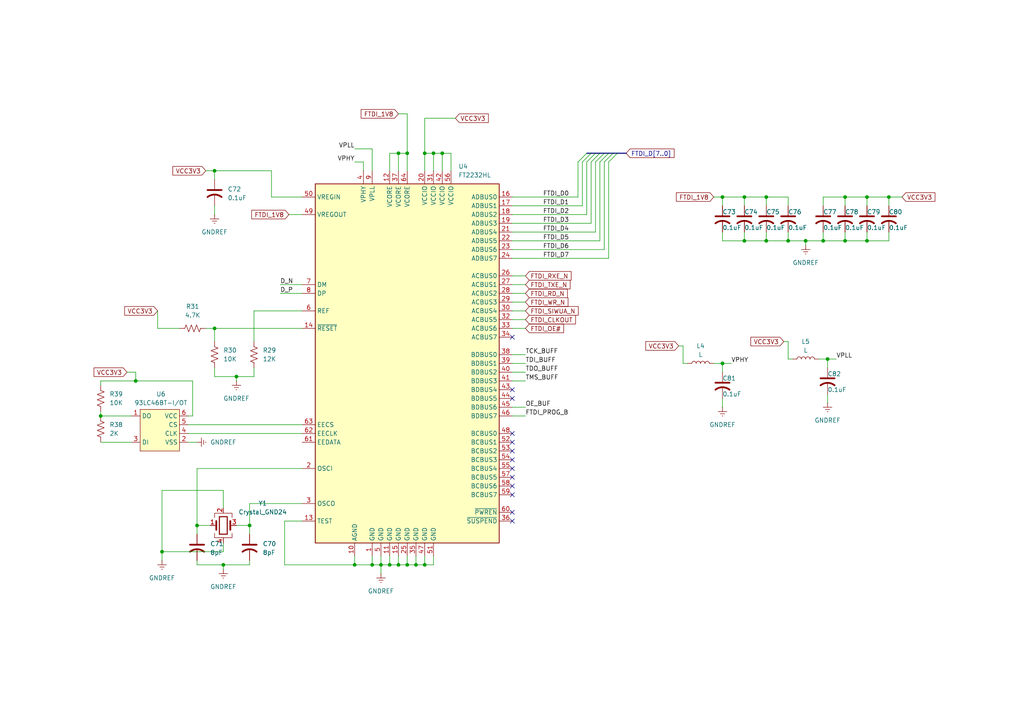
<source format=kicad_sch>
(kicad_sch (version 20250114) (generator "eeschema") (generator_version "9.0")
  (paper "A4")
  (lib_symbols
    (symbol "Device:C_US" (pin_numbers (hide yes)) (pin_names (offset 0.254) (hide yes))
      (property "Reference" "C" (at 0.635 2.54 0))
      (property "Value" "C_US" (at 0.635 -2.54 0))
      (symbol "C_US_0_1"
        (polyline (pts (xy -2.032 0.762) (xy 2.032 0.762)) (stroke (width 0.508)))
        (arc (start -2.032 -1.27) (mid 0 -0.5572) (end 2.032 -1.27) (stroke (width 0.508)))
      )
      (symbol "C_US_1_1"
        (pin passive line (at 0 3.81 270) (length 2.794) (name "~") (number "1"))
        (pin passive line (at 0 -3.81 90) (length 3.302) (name "~") (number "2"))
      )
    )
    (symbol "Device:Crystal_GND24" (pin_names (offset 1.016) (hide yes))
      (property "Reference" "Y" (at 3.175 5.08 0))
      (property "Value" "Crystal_GND24" (at 3.175 3.175 0))
      (symbol "Crystal_GND24_0_1"
        (polyline (pts (xy -2.54 2.286) (xy -2.54 3.556) (xy 2.54 3.556) (xy 2.54 2.286)))
        (polyline (pts (xy -2.54 0) (xy -2.032 0)))
        (polyline (pts (xy -2.54 -2.286) (xy -2.54 -3.556) (xy 2.54 -3.556) (xy 2.54 -2.286)))
        (polyline (pts (xy -2.032 -1.27) (xy -2.032 1.27)) (stroke (width 0.508)))
        (rectangle (start -1.143 2.54) (end 1.143 -2.54) (stroke (width 0.3048)))
        (polyline (pts (xy 0 3.556) (xy 0 3.81)))
        (polyline (pts (xy 0 -3.81) (xy 0 -3.556)))
        (polyline (pts (xy 2.032 0) (xy 2.54 0)))
        (polyline (pts (xy 2.032 -1.27) (xy 2.032 1.27)) (stroke (width 0.508)))
      )
      (symbol "Crystal_GND24_1_1"
        (pin passive line (at -3.81 0 0) (length 1.27) (name "1") (number "1"))
        (pin passive line (at 0 5.08 270) (length 1.27) (name "2") (number "2"))
        (pin passive line (at 0 -5.08 90) (length 1.27) (name "4") (number "4"))
        (pin passive line (at 3.81 0 180) (length 1.27) (name "3") (number "3"))
      )
    )
    (symbol "Device:L" (pin_numbers (hide yes)) (pin_names (offset 1.016) (hide yes))
      (property "Reference" "L" (at -1.27 0 90))
      (property "Value" "L" (at 1.905 0 90))
      (symbol "L_0_1"
        (arc (start 0 2.54) (mid 0.6323 1.905) (end 0 1.27))
        (arc (start 0 1.27) (mid 0.6323 0.635) (end 0 0))
        (arc (start 0 0) (mid 0.6323 -0.635) (end 0 -1.27))
        (arc (start 0 -1.27) (mid 0.6323 -1.905) (end 0 -2.54))
      )
      (symbol "L_1_1"
        (pin passive line (at 0 3.81 270) (length 1.27) (name "1") (number "1"))
        (pin passive line (at 0 -3.81 90) (length 1.27) (name "2") (number "2"))
      )
    )
    (symbol "Device:R_US" (pin_numbers (hide yes)) (pin_names (offset 0))
      (property "Reference" "R" (at 2.54 0 90))
      (property "Value" "R_US" (at -2.54 0 90))
      (symbol "R_US_0_1"
        (polyline (pts (xy 0 2.286) (xy 0 2.54)))
        (polyline (pts (xy 0 2.286) (xy 1.016 1.905) (xy 0 1.524) (xy -1.016 1.143) (xy 0 0.762)))
        (polyline (pts (xy 0 0.762) (xy 1.016 0.381) (xy 0 0) (xy -1.016 -0.381) (xy 0 -0.762)))
        (polyline (pts (xy 0 -0.762) (xy 1.016 -1.143) (xy 0 -1.524) (xy -1.016 -1.905) (xy 0 -2.286)))
        (polyline (pts (xy 0 -2.286) (xy 0 -2.54)))
      )
      (symbol "R_US_1_1"
        (pin passive line (at 0 3.81 270) (length 1.27) (name "~") (number "1"))
        (pin passive line (at 0 -3.81 90) (length 1.27) (name "~") (number "2"))
      )
    )
    (symbol "Interface_USB:FT2232HL"
      (property "Reference" "U" (at -26.67 53.34 0))
      (property "Value" "FT2232HL" (at 19.05 53.34 0))
      (symbol "FT2232HL_0_1"
        (rectangle (start -26.67 -52.07) (end 26.67 52.07) (stroke (width 0.254)) (fill (type background)))
      )
      (symbol "FT2232HL_1_1"
        (pin power_in line (at -30.48 48.26 0) (length 3.81) (name "VREGIN") (number "50"))
        (pin power_out line (at -30.48 43.18 0) (length 3.81) (name "VREGOUT") (number "49"))
        (pin bidirectional line (at -30.48 22.86 0) (length 3.81) (name "DM") (number "7"))
        (pin bidirectional line (at -30.48 20.32 0) (length 3.81) (name "DP") (number "8"))
        (pin output line (at -30.48 15.24 0) (length 3.81) (name "REF") (number "6"))
        (pin input line (at -30.48 10.16 0) (length 3.81) (name "~{RESET}") (number "14"))
        (pin output line (at -30.48 -17.78 0) (length 3.81) (name "EECS") (number "63"))
        (pin output line (at -30.48 -20.32 0) (length 3.81) (name "EECLK") (number "62"))
        (pin bidirectional line (at -30.48 -22.86 0) (length 3.81) (name "EEDATA") (number "61"))
        (pin input line (at -30.48 -30.48 0) (length 3.81) (name "OSCI") (number "2"))
        (pin output line (at -30.48 -40.64 0) (length 3.81) (name "OSCO") (number "3"))
        (pin input line (at -30.48 -45.72 0) (length 3.81) (name "TEST") (number "13"))
        (pin power_in line (at -15.24 -55.88 90) (length 3.81) (name "AGND") (number "10"))
        (pin power_in line (at -12.7 55.88 270) (length 3.81) (name "VPHY") (number "4"))
        (pin input line (at -10.16 55.88 270) (length 3.81) (name "VPLL") (number "9"))
        (pin power_in line (at -10.16 -55.88 90) (length 3.81) (name "GND") (number "1"))
        (pin power_in line (at -7.62 -55.88 90) (length 3.81) (name "GND") (number "5"))
        (pin power_in line (at -5.08 55.88 270) (length 3.81) (name "VCORE") (number "12"))
        (pin power_in line (at -5.08 -55.88 90) (length 3.81) (name "GND") (number "11"))
        (pin power_in line (at -2.54 55.88 270) (length 3.81) (name "VCORE") (number "37"))
        (pin power_in line (at -2.54 -55.88 90) (length 3.81) (name "GND") (number "15"))
        (pin power_in line (at 0 55.88 270) (length 3.81) (name "VCORE") (number "64"))
        (pin power_in line (at 0 -55.88 90) (length 3.81) (name "GND") (number "25"))
        (pin power_in line (at 2.54 -55.88 90) (length 3.81) (name "GND") (number "35"))
        (pin power_in line (at 5.08 55.88 270) (length 3.81) (name "VCCIO") (number "20"))
        (pin power_in line (at 5.08 -55.88 90) (length 3.81) (name "GND") (number "47"))
        (pin power_in line (at 7.62 55.88 270) (length 3.81) (name "VCCIO") (number "31"))
        (pin power_in line (at 7.62 -55.88 90) (length 3.81) (name "GND") (number "51"))
        (pin power_in line (at 10.16 55.88 270) (length 3.81) (name "VCCIO") (number "42"))
        (pin power_in line (at 12.7 55.88 270) (length 3.81) (name "VCCIO") (number "56"))
        (pin bidirectional line (at 30.48 48.26 180) (length 3.81) (name "ADBUS0") (number "16"))
        (pin bidirectional line (at 30.48 45.72 180) (length 3.81) (name "ADBUS1") (number "17"))
        (pin bidirectional line (at 30.48 43.18 180) (length 3.81) (name "ADBUS2") (number "18"))
        (pin bidirectional line (at 30.48 40.64 180) (length 3.81) (name "ADBUS3") (number "19"))
        (pin bidirectional line (at 30.48 38.1 180) (length 3.81) (name "ADBUS4") (number "21"))
        (pin bidirectional line (at 30.48 35.56 180) (length 3.81) (name "ADBUS5") (number "22"))
        (pin bidirectional line (at 30.48 33.02 180) (length 3.81) (name "ADBUS6") (number "23"))
        (pin bidirectional line (at 30.48 30.48 180) (length 3.81) (name "ADBUS7") (number "24"))
        (pin bidirectional line (at 30.48 25.4 180) (length 3.81) (name "ACBUS0") (number "26"))
        (pin bidirectional line (at 30.48 22.86 180) (length 3.81) (name "ACBUS1") (number "27"))
        (pin bidirectional line (at 30.48 20.32 180) (length 3.81) (name "ACBUS2") (number "28"))
        (pin bidirectional line (at 30.48 17.78 180) (length 3.81) (name "ACBUS3") (number "29"))
        (pin bidirectional line (at 30.48 15.24 180) (length 3.81) (name "ACBUS4") (number "30"))
        (pin bidirectional line (at 30.48 12.7 180) (length 3.81) (name "ACBUS5") (number "32"))
        (pin bidirectional line (at 30.48 10.16 180) (length 3.81) (name "ACBUS6") (number "33"))
        (pin bidirectional line (at 30.48 7.62 180) (length 3.81) (name "ACBUS7") (number "34"))
        (pin bidirectional line (at 30.48 2.54 180) (length 3.81) (name "BDBUS0") (number "38"))
        (pin bidirectional line (at 30.48 0 180) (length 3.81) (name "BDBUS1") (number "39"))
        (pin bidirectional line (at 30.48 -2.54 180) (length 3.81) (name "BDBUS2") (number "40"))
        (pin bidirectional line (at 30.48 -5.08 180) (length 3.81) (name "BDBUS3") (number "41"))
        (pin bidirectional line (at 30.48 -7.62 180) (length 3.81) (name "BDBUS4") (number "43"))
        (pin bidirectional line (at 30.48 -10.16 180) (length 3.81) (name "BDBUS5") (number "44"))
        (pin bidirectional line (at 30.48 -12.7 180) (length 3.81) (name "BDBUS6") (number "45"))
        (pin bidirectional line (at 30.48 -15.24 180) (length 3.81) (name "BDBUS7") (number "46"))
        (pin bidirectional line (at 30.48 -20.32 180) (length 3.81) (name "BCBUS0") (number "48"))
        (pin bidirectional line (at 30.48 -22.86 180) (length 3.81) (name "BCBUS1") (number "52"))
        (pin bidirectional line (at 30.48 -25.4 180) (length 3.81) (name "BCBUS2") (number "53"))
        (pin bidirectional line (at 30.48 -27.94 180) (length 3.81) (name "BCBUS3") (number "54"))
        (pin bidirectional line (at 30.48 -30.48 180) (length 3.81) (name "BCBUS4") (number "55"))
        (pin bidirectional line (at 30.48 -33.02 180) (length 3.81) (name "BCBUS5") (number "57"))
        (pin bidirectional line (at 30.48 -35.56 180) (length 3.81) (name "BCBUS6") (number "58"))
        (pin bidirectional line (at 30.48 -38.1 180) (length 3.81) (name "BCBUS7") (number "59"))
        (pin output line (at 30.48 -43.18 180) (length 3.81) (name "~{PWREN}") (number "60"))
        (pin output line (at 30.48 -45.72 180) (length 3.81) (name "~{SUSPEND}") (number "36"))
      )
    )
    (symbol "power:GNDREF" (power) (pin_numbers (hide yes)) (pin_names (offset 0) (hide yes))
      (property "Value" "GNDREF" (at 0 -3.81 0))
      (symbol "GNDREF_0_1"
        (polyline (pts (xy -0.635 -1.905) (xy 0.635 -1.905)))
        (polyline (pts (xy -0.127 -2.54) (xy 0.127 -2.54)))
        (polyline (pts (xy 0 -1.27) (xy 0 0)))
        (polyline (pts (xy 1.27 -1.27) (xy -1.27 -1.27)))
      )
      (symbol "GNDREF_1_1"
        (pin power_in line (at 0 0 270) (length 0) (name "~") (number "1"))
      )
    )
    (symbol "risetRadar:93LC46BT-I/OT"
      (property "Reference" "U" (at 0 0 0))
      (property "Value" "93LC46BT-I/OT" (at -0.254 -2.032 0))
      (symbol "93LC46BT-I/OT_1_1"
        (rectangle (start -6.35 -4.445) (end 5.08 -16.51) (fill (type background)))
        (pin bidirectional line (at -8.89 -6.35 0) (length 2.54) (name "DO") (number "1"))
        (pin bidirectional line (at -8.89 -13.97 0) (length 2.54) (name "DI") (number "3"))
        (pin bidirectional line (at 7.62 -6.35 180) (length 2.54) (name "VCC") (number "6"))
        (pin bidirectional line (at 7.62 -8.89 180) (length 2.54) (name "CS") (number "5"))
        (pin bidirectional line (at 7.62 -11.43 180) (length 2.54) (name "CLK") (number "4"))
        (pin bidirectional line (at 7.62 -13.97 180) (length 2.54) (name "VSS") (number "2"))
      )
    )
  )
  (junction (at 215.9 69.85))
  (junction (at 107.95 163.83))
  (junction (at 215.9 57.15))
  (junction (at 123.19 44.45))
  (junction (at 102.87 163.83))
  (junction (at 222.25 69.85))
  (junction (at 113.03 163.83))
  (junction (at 228.6 69.85))
  (junction (at 118.11 163.83))
  (junction (at 57.15 152.4))
  (junction (at 118.11 44.45))
  (junction (at 240.03 104.14))
  (junction (at 110.49 163.83))
  (junction (at 222.25 57.15))
  (junction (at 62.23 49.53))
  (junction (at 238.76 69.85))
  (junction (at 128.27 44.45))
  (junction (at 257.81 57.15))
  (junction (at 29.21 120.65))
  (junction (at 72.39 152.4))
  (junction (at 245.11 57.15))
  (junction (at 209.55 105.41))
  (junction (at 209.55 57.15))
  (junction (at 120.65 163.83))
  (junction (at 233.68 69.85))
  (junction (at 245.11 69.85))
  (junction (at 251.46 57.15))
  (junction (at 68.58 109.22))
  (junction (at 115.57 44.45))
  (junction (at 251.46 69.85))
  (junction (at 62.23 95.25))
  (junction (at 115.57 163.83))
  (junction (at 39.37 110.49))
  (junction (at 46.99 160.02))
  (junction (at 64.77 163.83))
  (junction (at 123.19 163.83))
  (junction (at 125.73 44.45))
  (no_connect (at 148.59 148.59))
  (no_connect (at 148.59 113.03))
  (no_connect (at 148.59 143.51))
  (no_connect (at 148.59 128.27))
  (no_connect (at 148.59 135.89))
  (no_connect (at 148.59 140.97))
  (no_connect (at 148.59 115.57))
  (no_connect (at 148.59 125.73))
  (no_connect (at 148.59 151.13))
  (no_connect (at 148.59 97.79))
  (no_connect (at 148.59 133.35))
  (no_connect (at 148.59 130.81))
  (no_connect (at 148.59 138.43))
  (bus_entry (at 171.45 44.45) (size -2.54 2.54))
  (bus_entry (at 173.99 44.45) (size -2.54 2.54))
  (bus_entry (at 177.8 44.45) (size -2.54 2.54))
  (bus_entry (at 179.07 44.45) (size -2.54 2.54))
  (bus_entry (at 176.53 44.45) (size -2.54 2.54))
  (bus_entry (at 172.72 44.45) (size -2.54 2.54))
  (bus_entry (at 175.26 44.45) (size -2.54 2.54))
  (bus_entry (at 170.18 44.45) (size -2.54 2.54))
  (wire (pts (xy 64.77 163.83) (xy 64.77 165.1)))
  (wire (pts (xy 233.68 69.85) (xy 238.76 69.85)))
  (wire (pts (xy 198.12 100.33) (xy 198.12 105.41)))
  (wire (pts (xy 228.6 69.85) (xy 233.68 69.85)))
  (wire (pts (xy 62.23 95.25) (xy 62.23 99.06)))
  (wire (pts (xy 45.72 90.17) (xy 45.72 95.25)))
  (wire (pts (xy 170.18 46.99) (xy 170.18 62.23)))
  (wire (pts (xy 62.23 106.68) (xy 62.23 109.22)))
  (wire (pts (xy 102.87 163.83) (xy 107.95 163.83)))
  (wire (pts (xy 113.03 163.83) (xy 115.57 163.83)))
  (wire (pts (xy 228.6 67.31) (xy 228.6 69.85)))
  (wire (pts (xy 72.39 152.4) (xy 68.58 152.4)))
  (wire (pts (xy 148.59 102.87) (xy 152.4 102.87)))
  (wire (pts (xy 62.23 59.69) (xy 62.23 62.23)))
  (wire (pts (xy 209.55 69.85) (xy 215.9 69.85)))
  (wire (pts (xy 132.08 34.29) (xy 123.19 34.29)))
  (wire (pts (xy 107.95 161.29) (xy 107.95 163.83)))
  (wire (pts (xy 238.76 59.69) (xy 238.76 57.15)))
  (wire (pts (xy 245.11 59.69) (xy 245.11 57.15)))
  (wire (pts (xy 46.99 160.02) (xy 64.77 160.02)))
  (wire (pts (xy 125.73 44.45) (xy 123.19 44.45)))
  (wire (pts (xy 118.11 33.02) (xy 118.11 44.45)))
  (wire (pts (xy 105.41 46.99) (xy 105.41 49.53)))
  (wire (pts (xy 78.74 49.53) (xy 78.74 57.15)))
  (wire (pts (xy 245.11 57.15) (xy 251.46 57.15)))
  (wire (pts (xy 102.87 46.99) (xy 105.41 46.99)))
  (wire (pts (xy 198.12 105.41) (xy 199.39 105.41)))
  (wire (pts (xy 115.57 161.29) (xy 115.57 163.83)))
  (wire (pts (xy 118.11 44.45) (xy 115.57 44.45)))
  (wire (pts (xy 148.59 59.69) (xy 168.91 59.69)))
  (wire (pts (xy 251.46 67.31) (xy 251.46 69.85)))
  (wire (pts (xy 215.9 59.69) (xy 215.9 57.15)))
  (wire (pts (xy 29.21 110.49) (xy 39.37 110.49)))
  (wire (pts (xy 81.28 85.09) (xy 87.63 85.09)))
  (wire (pts (xy 46.99 162.56) (xy 46.99 160.02)))
  (wire (pts (xy 257.81 57.15) (xy 261.62 57.15)))
  (wire (pts (xy 115.57 49.53) (xy 115.57 44.45)))
  (wire (pts (xy 148.59 82.55) (xy 152.4 82.55)))
  (wire (pts (xy 102.87 161.29) (xy 102.87 163.83)))
  (bus (pts (xy 175.26 44.45) (xy 176.53 44.45)))
  (wire (pts (xy 118.11 161.29) (xy 118.11 163.83)))
  (wire (pts (xy 57.15 135.89) (xy 57.15 152.4)))
  (wire (pts (xy 128.27 44.45) (xy 125.73 44.45)))
  (wire (pts (xy 82.55 151.13) (xy 82.55 163.83)))
  (wire (pts (xy 222.25 57.15) (xy 215.9 57.15)))
  (wire (pts (xy 148.59 105.41) (xy 152.4 105.41)))
  (wire (pts (xy 123.19 161.29) (xy 123.19 163.83)))
  (wire (pts (xy 228.6 99.06) (xy 228.6 104.14)))
  (wire (pts (xy 251.46 69.85) (xy 257.81 69.85)))
  (wire (pts (xy 29.21 128.27) (xy 38.1 128.27)))
  (wire (pts (xy 39.37 107.95) (xy 39.37 110.49)))
  (wire (pts (xy 209.55 67.31) (xy 209.55 69.85)))
  (wire (pts (xy 148.59 90.17) (xy 152.4 90.17)))
  (bus (pts (xy 170.18 44.45) (xy 171.45 44.45)))
  (wire (pts (xy 215.9 69.85) (xy 222.25 69.85)))
  (wire (pts (xy 233.68 69.85) (xy 233.68 71.12)))
  (wire (pts (xy 196.85 100.33) (xy 198.12 100.33)))
  (wire (pts (xy 148.59 74.93) (xy 176.53 74.93)))
  (wire (pts (xy 39.37 110.49) (xy 55.88 110.49)))
  (wire (pts (xy 59.69 49.53) (xy 62.23 49.53)))
  (wire (pts (xy 148.59 62.23) (xy 170.18 62.23)))
  (wire (pts (xy 82.55 163.83) (xy 102.87 163.83)))
  (wire (pts (xy 123.19 163.83) (xy 125.73 163.83)))
  (wire (pts (xy 245.11 69.85) (xy 251.46 69.85)))
  (wire (pts (xy 64.77 142.24) (xy 46.99 142.24)))
  (wire (pts (xy 54.61 120.65) (xy 55.88 120.65)))
  (wire (pts (xy 215.9 57.15) (xy 209.55 57.15)))
  (wire (pts (xy 120.65 161.29) (xy 120.65 163.83)))
  (wire (pts (xy 245.11 67.31) (xy 245.11 69.85)))
  (wire (pts (xy 148.59 85.09) (xy 152.4 85.09)))
  (wire (pts (xy 107.95 43.18) (xy 107.95 49.53)))
  (wire (pts (xy 113.03 161.29) (xy 113.03 163.83)))
  (wire (pts (xy 209.55 105.41) (xy 212.09 105.41)))
  (wire (pts (xy 125.73 44.45) (xy 125.73 49.53)))
  (wire (pts (xy 115.57 33.02) (xy 118.11 33.02)))
  (wire (pts (xy 123.19 34.29) (xy 123.19 44.45)))
  (wire (pts (xy 87.63 151.13) (xy 82.55 151.13)))
  (wire (pts (xy 29.21 120.65) (xy 38.1 120.65)))
  (wire (pts (xy 167.64 46.99) (xy 167.64 57.15)))
  (wire (pts (xy 148.59 110.49) (xy 152.4 110.49)))
  (wire (pts (xy 148.59 87.63) (xy 152.4 87.63)))
  (wire (pts (xy 68.58 109.22) (xy 68.58 110.49)))
  (wire (pts (xy 168.91 46.99) (xy 168.91 59.69)))
  (wire (pts (xy 29.21 111.76) (xy 29.21 110.49)))
  (wire (pts (xy 257.81 59.69) (xy 257.81 57.15)))
  (wire (pts (xy 228.6 59.69) (xy 228.6 57.15)))
  (wire (pts (xy 238.76 67.31) (xy 238.76 69.85)))
  (wire (pts (xy 257.81 69.85) (xy 257.81 67.31)))
  (wire (pts (xy 222.25 69.85) (xy 228.6 69.85)))
  (wire (pts (xy 115.57 163.83) (xy 118.11 163.83)))
  (wire (pts (xy 148.59 107.95) (xy 152.4 107.95)))
  (wire (pts (xy 227.33 99.06) (xy 228.6 99.06)))
  (wire (pts (xy 57.15 152.4) (xy 57.15 154.94)))
  (wire (pts (xy 118.11 49.53) (xy 118.11 44.45)))
  (wire (pts (xy 238.76 69.85) (xy 245.11 69.85)))
  (wire (pts (xy 83.82 62.23) (xy 87.63 62.23)))
  (wire (pts (xy 125.73 163.83) (xy 125.73 161.29)))
  (wire (pts (xy 62.23 49.53) (xy 78.74 49.53)))
  (wire (pts (xy 64.77 160.02) (xy 64.77 157.48)))
  (wire (pts (xy 123.19 44.45) (xy 123.19 49.53)))
  (wire (pts (xy 62.23 49.53) (xy 62.23 52.07)))
  (wire (pts (xy 87.63 95.25) (xy 62.23 95.25)))
  (wire (pts (xy 128.27 44.45) (xy 128.27 49.53)))
  (wire (pts (xy 62.23 109.22) (xy 68.58 109.22)))
  (wire (pts (xy 148.59 120.65) (xy 152.4 120.65)))
  (wire (pts (xy 207.01 105.41) (xy 209.55 105.41)))
  (wire (pts (xy 209.55 115.57) (xy 209.55 118.11)))
  (wire (pts (xy 102.87 43.18) (xy 107.95 43.18)))
  (wire (pts (xy 207.01 57.15) (xy 209.55 57.15)))
  (wire (pts (xy 72.39 152.4) (xy 72.39 154.94)))
  (wire (pts (xy 209.55 59.69) (xy 209.55 57.15)))
  (bus (pts (xy 176.53 44.45) (xy 177.8 44.45)))
  (wire (pts (xy 87.63 135.89) (xy 57.15 135.89)))
  (wire (pts (xy 115.57 44.45) (xy 113.03 44.45)))
  (wire (pts (xy 130.81 44.45) (xy 128.27 44.45)))
  (wire (pts (xy 222.25 59.69) (xy 222.25 57.15)))
  (wire (pts (xy 54.61 123.19) (xy 87.63 123.19)))
  (wire (pts (xy 240.03 104.14) (xy 242.57 104.14)))
  (wire (pts (xy 130.81 49.53) (xy 130.81 44.45)))
  (wire (pts (xy 73.66 109.22) (xy 68.58 109.22)))
  (wire (pts (xy 148.59 67.31) (xy 172.72 67.31)))
  (wire (pts (xy 176.53 46.99) (xy 176.53 74.93)))
  (wire (pts (xy 72.39 162.56) (xy 72.39 163.83)))
  (wire (pts (xy 120.65 163.83) (xy 123.19 163.83)))
  (wire (pts (xy 107.95 163.83) (xy 110.49 163.83)))
  (wire (pts (xy 45.72 95.25) (xy 52.07 95.25)))
  (wire (pts (xy 54.61 125.73) (xy 87.63 125.73)))
  (wire (pts (xy 222.25 67.31) (xy 222.25 69.85)))
  (wire (pts (xy 237.49 104.14) (xy 240.03 104.14)))
  (wire (pts (xy 87.63 146.05) (xy 72.39 146.05)))
  (wire (pts (xy 46.99 142.24) (xy 46.99 160.02)))
  (wire (pts (xy 113.03 44.45) (xy 113.03 49.53)))
  (wire (pts (xy 171.45 46.99) (xy 171.45 64.77)))
  (wire (pts (xy 148.59 64.77) (xy 171.45 64.77)))
  (wire (pts (xy 175.26 46.99) (xy 175.26 72.39)))
  (bus (pts (xy 172.72 44.45) (xy 173.99 44.45)))
  (wire (pts (xy 240.03 104.14) (xy 240.03 106.68)))
  (wire (pts (xy 57.15 152.4) (xy 60.96 152.4)))
  (wire (pts (xy 238.76 57.15) (xy 245.11 57.15)))
  (wire (pts (xy 110.49 163.83) (xy 113.03 163.83)))
  (wire (pts (xy 59.69 95.25) (xy 62.23 95.25)))
  (wire (pts (xy 72.39 163.83) (xy 64.77 163.83)))
  (wire (pts (xy 57.15 163.83) (xy 64.77 163.83)))
  (wire (pts (xy 87.63 90.17) (xy 73.66 90.17)))
  (wire (pts (xy 78.74 57.15) (xy 87.63 57.15)))
  (wire (pts (xy 148.59 95.25) (xy 152.4 95.25)))
  (bus (pts (xy 173.99 44.45) (xy 175.26 44.45)))
  (wire (pts (xy 173.99 46.99) (xy 173.99 69.85)))
  (wire (pts (xy 72.39 146.05) (xy 72.39 152.4)))
  (wire (pts (xy 57.15 162.56) (xy 57.15 163.83)))
  (wire (pts (xy 251.46 57.15) (xy 257.81 57.15)))
  (wire (pts (xy 110.49 163.83) (xy 110.49 166.37)))
  (wire (pts (xy 148.59 69.85) (xy 173.99 69.85)))
  (wire (pts (xy 172.72 46.99) (xy 172.72 67.31)))
  (wire (pts (xy 251.46 59.69) (xy 251.46 57.15)))
  (bus (pts (xy 177.8 44.45) (xy 179.07 44.45)))
  (wire (pts (xy 55.88 110.49) (xy 55.88 120.65)))
  (wire (pts (xy 73.66 106.68) (xy 73.66 109.22)))
  (wire (pts (xy 228.6 57.15) (xy 222.25 57.15)))
  (wire (pts (xy 118.11 163.83) (xy 120.65 163.83)))
  (wire (pts (xy 148.59 57.15) (xy 167.64 57.15)))
  (wire (pts (xy 148.59 118.11) (xy 152.4 118.11)))
  (bus (pts (xy 171.45 44.45) (xy 172.72 44.45)))
  (wire (pts (xy 54.61 128.27) (xy 57.15 128.27)))
  (wire (pts (xy 240.03 114.3) (xy 240.03 116.84)))
  (wire (pts (xy 215.9 67.31) (xy 215.9 69.85)))
  (wire (pts (xy 228.6 104.14) (xy 229.87 104.14)))
  (wire (pts (xy 73.66 90.17) (xy 73.66 99.06)))
  (wire (pts (xy 148.59 80.01) (xy 152.4 80.01)))
  (wire (pts (xy 81.28 82.55) (xy 87.63 82.55)))
  (wire (pts (xy 110.49 161.29) (xy 110.49 163.83)))
  (wire (pts (xy 148.59 92.71) (xy 152.4 92.71)))
  (wire (pts (xy 209.55 105.41) (xy 209.55 107.95)))
  (wire (pts (xy 148.59 72.39) (xy 175.26 72.39)))
  (wire (pts (xy 64.77 147.32) (xy 64.77 142.24)))
  (wire (pts (xy 29.21 119.38) (xy 29.21 120.65)))
  (bus (pts (xy 179.07 44.45) (xy 181.61 44.45)))
  (wire (pts (xy 36.83 107.95) (xy 39.37 107.95)))
  (label "VPHY" (at 212.09 105.41 0))
  (label "TDO_BUFF" (at 152.4 107.95 0))
  (label "VPLL" (at 242.57 104.14 0))
  (label "FTDI_D4" (at 157.48 67.31 0))
  (label "FTDI_D2" (at 157.48 62.23 0))
  (label "FTDI_D7" (at 157.48 74.93 0))
  (label "OE_BUF" (at 152.4 118.11 0))
  (label "FTDI_PROG_B" (at 152.4 120.65 0))
  (label "VPLL" (at 102.87 43.18 180))
  (label "VPHY" (at 102.87 46.99 180))
  (label "FTDI_D0" (at 157.48 57.15 0))
  (label "TCK_BUFF" (at 152.4 102.87 0))
  (label "D_P" (at 81.28 85.09 0))
  (label "TMS_BUFF" (at 152.4 110.49 0))
  (label "TDI_BUFF" (at 152.4 105.41 0))
  (label "FTDI_D1" (at 157.48 59.69 0))
  (label "D_N" (at 81.28 82.55 0))
  (label "FTDI_D6" (at 157.48 72.39 0))
  (label "FTDI_D5" (at 157.48 69.85 0))
  (label "FTDI_D3" (at 157.48 64.77 0))
  (global_label "FTDI_TXE_N" (shape input) (at 152.4 82.55 0) (property "Intersheetrefs" "${INTERSHEET_REFS}" (effects (hide yes))))
  (global_label "FTDI_OE#" (shape input) (at 152.4 95.25 0) (property "Intersheetrefs" "${INTERSHEET_REFS}" (effects (hide yes))))
  (global_label "FTDI_1V8" (shape input) (at 115.57 33.02 180) (property "Intersheetrefs" "${INTERSHEET_REFS}" (effects (hide yes))))
  (global_label "FTDI_RD_N" (shape input) (at 152.4 85.09 0) (property "Intersheetrefs" "${INTERSHEET_REFS}" (effects (hide yes))))
  (global_label "FTDI_RXE_N" (shape input) (at 152.4 80.01 0) (property "Intersheetrefs" "${INTERSHEET_REFS}" (effects (hide yes))))
  (global_label "VCC3V3" (shape input) (at 45.72 90.17 180) (property "Intersheetrefs" "${INTERSHEET_REFS}" (effects (hide yes))))
  (global_label "VCC3V3" (shape input) (at 59.69 49.53 180) (property "Intersheetrefs" "${INTERSHEET_REFS}" (effects (hide yes))))
  (global_label "VCC3V3" (shape input) (at 261.62 57.15 0) (property "Intersheetrefs" "${INTERSHEET_REFS}" (effects (hide yes))))
  (global_label "VCC3V3" (shape input) (at 227.33 99.06 180) (property "Intersheetrefs" "${INTERSHEET_REFS}" (effects (hide yes))))
  (global_label "FTDI_1V8" (shape input) (at 207.01 57.15 180) (property "Intersheetrefs" "${INTERSHEET_REFS}" (effects (hide yes))))
  (global_label "FTDI_CLKOUT" (shape input) (at 152.4 92.71 0) (property "Intersheetrefs" "${INTERSHEET_REFS}" (effects (hide yes))))
  (global_label "VCC3V3" (shape input) (at 132.08 34.29 0) (property "Intersheetrefs" "${INTERSHEET_REFS}" (effects (hide yes))))
  (global_label "VCC3V3" (shape input) (at 196.85 100.33 180) (property "Intersheetrefs" "${INTERSHEET_REFS}" (effects (hide yes))))
  (global_label "FTDI_WR_N" (shape input) (at 152.4 87.63 0) (property "Intersheetrefs" "${INTERSHEET_REFS}" (effects (hide yes))))
  (global_label "FTDI_D[7..0]" (shape input) (at 181.61 44.45 0) (property "Intersheetrefs" "${INTERSHEET_REFS}" (effects (hide yes))))
  (global_label "FTDI_SIWUA_N" (shape input) (at 152.4 90.17 0) (property "Intersheetrefs" "${INTERSHEET_REFS}" (effects (hide yes))))
  (global_label "VCC3V3" (shape input) (at 36.83 107.95 180) (property "Intersheetrefs" "${INTERSHEET_REFS}" (effects (hide yes))))
  (global_label "FTDI_1V8" (shape input) (at 83.82 62.23 180) (property "Intersheetrefs" "${INTERSHEET_REFS}" (effects (hide yes))))
  (symbol (lib_id "Device:L") (at 203.2 105.41 90) (unit 1)
    (property "Reference" "L4" (at 203.2 100.33 90))
    (property "Value" "L" (at 203.2 102.87 90))
    (property "Description" "Inductor" (effects (hide yes)))
  )
  (symbol (lib_id "Device:C_US") (at 257.81 63.5 0) (unit 1)
    (property "Reference" "C80" (at 257.81 61.468 0) (effects (justify left)))
    (property "Value" "0.1uF" (at 257.81 66.04 0) (effects (justify left)))
    (property "Footprint" "Capacitor_SMD:C_0201_0603Metric" (effects (hide yes)))
    (property "Description" "capacitor, US symbol" (effects (hide yes)))
  )
  (symbol (lib_id "Device:C_US") (at 238.76 63.5 0) (unit 1)
    (property "Reference" "C77" (at 238.76 61.468 0) (effects (justify left)))
    (property "Value" "0.1uF" (at 238.76 66.04 0) (effects (justify left)))
    (property "Footprint" "Capacitor_SMD:C_0201_0603Metric" (effects (hide yes)))
    (property "Description" "capacitor, US symbol" (effects (hide yes)))
  )
  (symbol (lib_id "Device:C_US") (at 240.03 110.49 0) (unit 1)
    (property "Reference" "C82" (at 240.03 108.458 0) (effects (justify left)))
    (property "Value" "0.1uF" (at 240.03 113.03 0) (effects (justify left)))
    (property "Description" "capacitor, US symbol" (effects (hide yes)))
  )
  (symbol (lib_id "Device:L") (at 233.68 104.14 90) (unit 1)
    (property "Reference" "L5" (at 233.68 99.06 90))
    (property "Value" "L" (at 233.68 101.6 90))
    (property "Description" "Inductor" (effects (hide yes)))
  )
  (symbol (lib_id "Device:C_US") (at 245.11 63.5 0) (unit 1)
    (property "Reference" "C78" (at 245.11 61.468 0) (effects (justify left)))
    (property "Value" "0.1uF" (at 245.11 66.04 0) (effects (justify left)))
    (property "Footprint" "Capacitor_SMD:C_0201_0603Metric" (effects (hide yes)))
    (property "Description" "capacitor, US symbol" (effects (hide yes)))
  )
  (symbol (lib_id "Device:C_US") (at 72.39 158.75 0) (unit 1)
    (property "Reference" "C70" (at 76.2 157.7339 0) (effects (justify left)))
    (property "Value" "8pF" (at 76.2 160.2739 0) (effects (justify left)))
    (property "Footprint" "Capacitor_SMD:C_0201_0603Metric" (effects (hide yes)))
    (property "Description" "capacitor, US symbol" (effects (hide yes)))
  )
  (symbol (lib_id "Device:R_US") (at 55.88 95.25 90) (unit 1)
    (property "Reference" "R31" (at 55.88 88.9 90))
    (property "Value" "4.7K" (at 55.88 91.44 90))
    (property "Description" "Resistor, US symbol" (effects (hide yes)))
  )
  (symbol (lib_id "risetRadar:93LC46BT-I/OT") (at 46.99 114.3 0) (unit 1)
    (property "Reference" "U6" (at 46.6725 114.3 0))
    (property "Value" "93LC46BT-I/OT" (at 46.6725 116.84 0))
    (property "Footprint" "RadarFootprints:SOT-23-6_L2.9-W1.6-P0.95-LS2.8-TL" (effects (hide yes)))
  )
  (symbol (lib_id "Device:Crystal_GND24") (at 64.77 152.4 0) (unit 1)
    (property "Reference" "Y1" (at 76.2 145.9798 0))
    (property "Value" "Crystal_GND24" (at 76.2 148.5198 0))
    (property "Footprint" "RadarFootprints:CRYSTAL-SMD_4P-L3.2-W2.5-BL" (effects (hide yes)))
    (property "Description" "Four pin crystal, GND on pins 2 and 4" (effects (hide yes)))
  )
  (symbol (lib_id "power:GNDREF") (at 240.03 116.84 0) (unit 1)
    (property "Reference" "#PWR032" (effects (hide yes)))
    (property "Value" "GNDREF" (at 240.03 121.92 0))
    (property "Description" "Power symbol creates a global label with name \"GNDREF\" , reference supply ground" (effects (hide yes)))
  )
  (symbol (lib_id "Device:C_US") (at 215.9 63.5 0) (unit 1)
    (property "Reference" "C74" (at 215.9 61.468 0) (effects (justify left)))
    (property "Value" "0.1uF" (at 215.9 66.04 0) (effects (justify left)))
    (property "Footprint" "Capacitor_SMD:C_0201_0603Metric" (effects (hide yes)))
    (property "Description" "capacitor, US symbol" (effects (hide yes)))
  )
  (symbol (lib_id "power:GNDREF") (at 46.99 162.56 0) (unit 1)
    (property "Reference" "#PWR037" (effects (hide yes)))
    (property "Value" "GNDREF" (at 46.99 167.64 0))
    (property "Description" "Power symbol creates a global label with name \"GNDREF\" , reference supply ground" (effects (hide yes)))
  )
  (symbol (lib_id "Device:C_US") (at 209.55 63.5 0) (unit 1)
    (property "Reference" "C73" (at 209.55 61.468 0) (effects (justify left)))
    (property "Value" "0.1uF" (at 209.55 66.04 0) (effects (justify left)))
    (property "Footprint" "Capacitor_SMD:C_0201_0603Metric" (effects (hide yes)))
    (property "Description" "capacitor, US symbol" (effects (hide yes)))
  )
  (symbol (lib_id "Device:C_US") (at 228.6 63.5 0) (unit 1)
    (property "Reference" "C76" (at 228.6 61.468 0) (effects (justify left)))
    (property "Value" "0.1uF" (at 228.6 66.04 0) (effects (justify left)))
    (property "Footprint" "Capacitor_SMD:C_0201_0603Metric" (effects (hide yes)))
    (property "Description" "capacitor, US symbol" (effects (hide yes)))
  )
  (symbol (lib_id "power:GNDREF") (at 57.15 128.27 90) (unit 1)
    (property "Reference" "#PWR036" (effects (hide yes)))
    (property "Value" "GNDREF" (at 60.96 128.2699 90) (effects (justify right)))
    (property "Description" "Power symbol creates a global label with name \"GNDREF\" , reference supply ground" (effects (hide yes)))
  )
  (symbol (lib_id "power:GNDREF") (at 62.23 62.23 0) (unit 1)
    (property "Reference" "#PWR028" (effects (hide yes)))
    (property "Value" "GNDREF" (at 62.23 67.31 0))
    (property "Description" "Power symbol creates a global label with name \"GNDREF\" , reference supply ground" (effects (hide yes)))
  )
  (symbol (lib_id "power:GNDREF") (at 233.68 71.12 0) (unit 1)
    (property "Reference" "#PWR030" (effects (hide yes)))
    (property "Value" "GNDREF" (at 233.68 76.2 0))
    (property "Description" "Power symbol creates a global label with name \"GNDREF\" , reference supply ground" (effects (hide yes)))
  )
  (symbol (lib_id "Device:C_US") (at 222.25 63.5 0) (unit 1)
    (property "Reference" "C75" (at 222.25 61.468 0) (effects (justify left)))
    (property "Value" "0.1uF" (at 222.25 66.04 0) (effects (justify left)))
    (property "Footprint" "Capacitor_SMD:C_0201_0603Metric" (effects (hide yes)))
    (property "Description" "capacitor, US symbol" (effects (hide yes)))
  )
  (symbol (lib_id "Device:C_US") (at 57.15 158.75 0) (unit 1)
    (property "Reference" "C71" (at 60.96 157.7339 0) (effects (justify left)))
    (property "Value" "8pF" (at 60.96 160.2739 0) (effects (justify left)))
    (property "Footprint" "Capacitor_SMD:C_0201_0603Metric" (effects (hide yes)))
    (property "Description" "capacitor, US symbol" (effects (hide yes)))
  )
  (symbol (lib_id "power:GNDREF") (at 68.58 110.49 0) (unit 1)
    (property "Reference" "#PWR029" (effects (hide yes)))
    (property "Value" "GNDREF" (at 68.58 115.57 0))
    (property "Description" "Power symbol creates a global label with name \"GNDREF\" , reference supply ground" (effects (hide yes)))
  )
  (symbol (lib_id "Device:R_US") (at 29.21 124.46 0) (unit 1)
    (property "Reference" "R38" (at 31.75 123.1899 0) (effects (justify left)))
    (property "Value" "2K" (at 31.75 125.7299 0) (effects (justify left)))
    (property "Footprint" "Resistor_SMD:R_0402_1005Metric" (effects (hide yes)))
    (property "Description" "Resistor, US symbol" (effects (hide yes)))
  )
  (symbol (lib_id "Device:C_US") (at 251.46 63.5 0) (unit 1)
    (property "Reference" "C79" (at 251.46 61.468 0) (effects (justify left)))
    (property "Value" "0.1uF" (at 251.46 66.04 0) (effects (justify left)))
    (property "Footprint" "Capacitor_SMD:C_0201_0603Metric" (effects (hide yes)))
    (property "Description" "capacitor, US symbol" (effects (hide yes)))
  )
  (symbol (lib_id "Device:R_US") (at 62.23 102.87 0) (unit 1)
    (property "Reference" "R30" (at 64.77 101.5999 0) (effects (justify left)))
    (property "Value" "10K" (at 64.77 104.1399 0) (effects (justify left)))
    (property "Description" "Resistor, US symbol" (effects (hide yes)))
  )
  (symbol (lib_id "power:GNDREF") (at 64.77 165.1 0) (unit 1)
    (property "Reference" "#PWR026" (effects (hide yes)))
    (property "Value" "GNDREF" (at 64.77 170.18 0))
    (property "Description" "Power symbol creates a global label with name \"GNDREF\" , reference supply ground" (effects (hide yes)))
  )
  (symbol (lib_id "Device:R_US") (at 73.66 102.87 0) (unit 1)
    (property "Reference" "R29" (at 76.2 101.5999 0) (effects (justify left)))
    (property "Value" "12K" (at 76.2 104.1399 0) (effects (justify left)))
    (property "Description" "Resistor, US symbol" (effects (hide yes)))
  )
  (symbol (lib_id "Device:C_US") (at 62.23 55.88 0) (unit 1)
    (property "Reference" "C72" (at 66.04 54.8639 0) (effects (justify left)))
    (property "Value" "0.1uF" (at 66.04 57.4039 0) (effects (justify left)))
    (property "Footprint" "Capacitor_SMD:C_0201_0603Metric" (effects (hide yes)))
    (property "Description" "capacitor, US symbol" (effects (hide yes)))
  )
  (symbol (lib_id "Interface_USB:FT2232HL") (at 118.11 105.41 0) (unit 1)
    (property "Reference" "U4" (at 132.9533 48.26 0) (effects (justify left)))
    (property "Value" "FT2232HL" (at 132.9533 50.8 0) (effects (justify left)))
    (property "Footprint" "Package_QFP:LQFP-64_10x10mm_P0.5mm" (effects (hide yes)))
    (property "Datasheet" "https://www.ftdichip.com/Support/Documents/DataSheets/ICs/DS_FT2232H.pdf" (effects (hide yes)))
    (property "Description" "Hi Speed Double Channel USB UART/FIFO, LQFP-64" (effects (hide yes)))
  )
  (symbol (lib_id "Device:R_US") (at 29.21 115.57 0) (unit 1)
    (property "Reference" "R39" (at 31.75 114.2999 0) (effects (justify left)))
    (property "Value" "10K" (at 31.75 116.8399 0) (effects (justify left)))
    (property "Footprint" "Resistor_SMD:R_0402_1005Metric" (effects (hide yes)))
    (property "Description" "Resistor, US symbol" (effects (hide yes)))
  )
  (symbol (lib_id "power:GNDREF") (at 110.49 166.37 0) (unit 1)
    (property "Reference" "#PWR027" (effects (hide yes)))
    (property "Value" "GNDREF" (at 110.49 171.45 0))
    (property "Description" "Power symbol creates a global label with name \"GNDREF\" , reference supply ground" (effects (hide yes)))
  )
  (symbol (lib_id "Device:C_US") (at 209.55 111.76 0) (unit 1)
    (property "Reference" "C81" (at 209.55 109.728 0) (effects (justify left)))
    (property "Value" "0.1uF" (at 209.55 114.3 0) (effects (justify left)))
    (property "Description" "capacitor, US symbol" (effects (hide yes)))
  )
  (symbol (lib_id "power:GNDREF") (at 209.55 118.11 0) (unit 1)
    (property "Reference" "#PWR031" (effects (hide yes)))
    (property "Value" "GNDREF" (at 209.55 123.19 0))
    (property "Description" "Power symbol creates a global label with name \"GNDREF\" , reference supply ground" (effects (hide yes)))
  )
)
</source>
